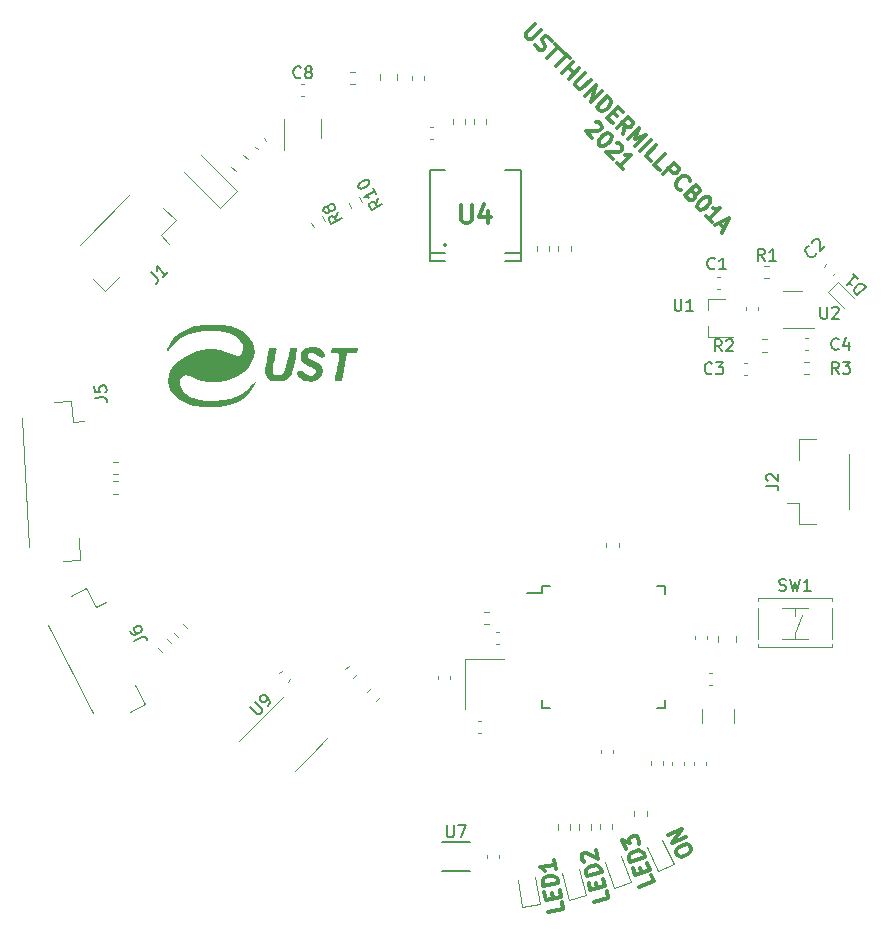
<source format=gbr>
%TF.GenerationSoftware,KiCad,Pcbnew,(5.99.0-10394-g2e15de97e0)*%
%TF.CreationDate,2021-08-24T18:50:14+02:00*%
%TF.ProjectId,USTTHUNDERMILLPCB01A,55535454-4855-44e4-9445-524d494c4c50,rev?*%
%TF.SameCoordinates,Original*%
%TF.FileFunction,Legend,Top*%
%TF.FilePolarity,Positive*%
%FSLAX46Y46*%
G04 Gerber Fmt 4.6, Leading zero omitted, Abs format (unit mm)*
G04 Created by KiCad (PCBNEW (5.99.0-10394-g2e15de97e0)) date 2021-08-24 18:50:14*
%MOMM*%
%LPD*%
G01*
G04 APERTURE LIST*
%ADD10C,0.300000*%
%ADD11C,0.304800*%
%ADD12C,0.150000*%
%ADD13C,0.120000*%
G04 APERTURE END LIST*
D10*
X157006186Y-127403888D02*
X157217913Y-127985603D01*
X155996312Y-128430229D01*
X156218091Y-127229587D02*
X156069883Y-126822387D01*
X156646251Y-126414973D02*
X156857977Y-126996688D01*
X155636377Y-127441314D01*
X155424650Y-126859600D01*
X156455697Y-125891430D02*
X155234096Y-126336057D01*
X155128233Y-126045199D01*
X155122886Y-125849512D01*
X155196884Y-125690824D01*
X155292054Y-125590307D01*
X155503567Y-125447445D01*
X155678081Y-125383927D01*
X155931940Y-125357408D01*
X156069455Y-125373234D01*
X156228144Y-125447232D01*
X156349833Y-125600573D01*
X156455697Y-125891430D01*
X154831815Y-125230799D02*
X154556571Y-124474570D01*
X155170151Y-124712389D01*
X155106633Y-124537875D01*
X155122459Y-124400359D01*
X155159458Y-124321015D01*
X155254628Y-124220498D01*
X155545485Y-124114635D01*
X155683001Y-124130461D01*
X155762345Y-124167460D01*
X155862862Y-124262630D01*
X155989898Y-124611659D01*
X155974072Y-124749174D01*
X155937073Y-124828518D01*
X159206902Y-125744225D02*
X159102253Y-125519806D01*
X159106034Y-125381435D01*
X159165919Y-125216901D01*
X159364176Y-125056148D01*
X159756910Y-124873013D01*
X160007491Y-124824470D01*
X160172025Y-124884355D01*
X160280454Y-124970403D01*
X160385102Y-125194822D01*
X160381321Y-125333193D01*
X160321436Y-125497727D01*
X160123179Y-125658480D01*
X159730446Y-125841615D01*
X159479864Y-125890158D01*
X159315331Y-125830273D01*
X159206902Y-125744225D01*
X159914184Y-124184936D02*
X158735984Y-124734340D01*
X159600239Y-123511679D01*
X158422039Y-124061082D01*
X149421777Y-129727539D02*
X149529273Y-130337182D01*
X148249023Y-130562924D01*
X148675922Y-129419035D02*
X148600675Y-128992285D01*
X149239033Y-128691146D02*
X149346529Y-129300789D01*
X148066279Y-129526531D01*
X147958783Y-128916888D01*
X149142286Y-128142467D02*
X147862036Y-128368210D01*
X147808288Y-128063388D01*
X147837003Y-127869746D01*
X147937432Y-127726318D01*
X148048611Y-127643854D01*
X148281719Y-127539891D01*
X148464612Y-127507642D01*
X148719219Y-127525608D01*
X148851897Y-127565073D01*
X148995325Y-127665502D01*
X149088538Y-127837646D01*
X149142286Y-128142467D01*
X148798297Y-126191610D02*
X148927293Y-126923181D01*
X148862795Y-126557396D02*
X147582545Y-126783138D01*
X147786937Y-126872818D01*
X147930365Y-126973247D01*
X148012829Y-127084426D01*
X153217576Y-128760981D02*
X153377797Y-129358935D01*
X152122094Y-129695400D01*
X152447672Y-128518657D02*
X152335517Y-128100089D01*
X152945200Y-127744459D02*
X153105421Y-128342413D01*
X151849717Y-128678878D01*
X151689496Y-128080924D01*
X152801001Y-127206301D02*
X151545297Y-127542765D01*
X151465186Y-127243788D01*
X151476915Y-127048380D01*
X151564462Y-126896745D01*
X151668031Y-126804905D01*
X151891190Y-126681021D01*
X152070576Y-126632955D01*
X152325780Y-126628662D01*
X152461393Y-126656413D01*
X152613028Y-126743960D01*
X152720890Y-126907324D01*
X152801001Y-127206301D01*
X151344445Y-126314813D02*
X151268628Y-126271040D01*
X151176788Y-126167471D01*
X151096677Y-125868494D01*
X151124428Y-125732881D01*
X151168202Y-125657064D01*
X151271770Y-125565224D01*
X151391361Y-125533180D01*
X151586770Y-125544909D01*
X152496580Y-126070188D01*
X152288292Y-125292848D01*
X147155257Y-55362097D02*
X146411111Y-56106243D01*
X146367338Y-56237563D01*
X146367338Y-56325109D01*
X146411111Y-56456429D01*
X146586204Y-56631522D01*
X146717524Y-56675296D01*
X146805070Y-56675296D01*
X146936390Y-56631522D01*
X147680536Y-55887377D01*
X147199030Y-57156802D02*
X147286576Y-57331895D01*
X147505443Y-57550761D01*
X147636763Y-57594534D01*
X147724309Y-57594534D01*
X147855629Y-57550761D01*
X147943176Y-57463214D01*
X147986949Y-57331895D01*
X147986949Y-57244348D01*
X147943176Y-57113028D01*
X147811856Y-56894162D01*
X147768082Y-56762842D01*
X147768082Y-56675296D01*
X147811856Y-56543976D01*
X147899402Y-56456429D01*
X148030722Y-56412656D01*
X148118269Y-56412656D01*
X148249588Y-56456429D01*
X148468455Y-56675296D01*
X148556001Y-56850389D01*
X148862414Y-57069255D02*
X149387694Y-57594534D01*
X148205815Y-58251133D02*
X149125054Y-57331895D01*
X149562787Y-57769627D02*
X150088066Y-58294907D01*
X148906188Y-58951506D02*
X149825426Y-58032267D01*
X149475240Y-59520559D02*
X150394479Y-58601320D01*
X149956746Y-59039052D02*
X150482026Y-59564332D01*
X150000520Y-60045838D02*
X150919758Y-59126599D01*
X151357491Y-59564332D02*
X150613345Y-60308477D01*
X150569572Y-60439797D01*
X150569572Y-60527344D01*
X150613345Y-60658664D01*
X150788439Y-60833757D01*
X150919758Y-60877530D01*
X151007305Y-60877530D01*
X151138625Y-60833757D01*
X151882770Y-60089611D01*
X151401264Y-61446583D02*
X152320503Y-60527344D01*
X151926544Y-61971862D01*
X152845783Y-61052623D01*
X152364277Y-62409595D02*
X153283515Y-61490356D01*
X153502382Y-61709222D01*
X153589928Y-61884315D01*
X153589928Y-62059409D01*
X153546155Y-62190728D01*
X153414835Y-62409595D01*
X153283515Y-62540915D01*
X153064649Y-62672234D01*
X152933329Y-62716008D01*
X152758236Y-62716008D01*
X152583143Y-62628461D01*
X152364277Y-62409595D01*
X153765021Y-62847328D02*
X154071434Y-63153740D01*
X153721248Y-63766566D02*
X153283515Y-63328834D01*
X154202754Y-62409595D01*
X154640487Y-62847328D01*
X154640487Y-64685805D02*
X154771807Y-63941659D01*
X154115208Y-64160526D02*
X155034446Y-63241287D01*
X155384633Y-63591473D01*
X155428406Y-63722793D01*
X155428406Y-63810340D01*
X155384633Y-63941659D01*
X155253313Y-64072979D01*
X155121993Y-64116753D01*
X155034446Y-64116753D01*
X154903127Y-64072979D01*
X154552940Y-63722793D01*
X155034446Y-65079765D02*
X155953685Y-64160526D01*
X155603499Y-65123538D01*
X156566511Y-64773352D01*
X155647272Y-65692591D01*
X156085005Y-66130323D02*
X157004244Y-65211085D01*
X156960471Y-67005789D02*
X156522738Y-66568056D01*
X157441977Y-65648817D01*
X157704616Y-67749935D02*
X157266884Y-67312202D01*
X158186122Y-66392963D01*
X158011029Y-68056348D02*
X158930268Y-67137109D01*
X159280454Y-67487295D01*
X159324228Y-67618615D01*
X159324228Y-67706161D01*
X159280454Y-67837481D01*
X159149134Y-67968801D01*
X159017815Y-68012574D01*
X158930268Y-68012574D01*
X158798948Y-67968801D01*
X158448762Y-67618615D01*
X159543094Y-69413319D02*
X159455547Y-69413319D01*
X159280454Y-69325773D01*
X159192908Y-69238226D01*
X159105361Y-69063133D01*
X159105361Y-68888040D01*
X159149134Y-68756720D01*
X159280454Y-68537854D01*
X159411774Y-68406534D01*
X159630640Y-68275214D01*
X159761960Y-68231441D01*
X159937053Y-68231441D01*
X160112147Y-68318987D01*
X160199693Y-68406534D01*
X160287240Y-68581627D01*
X160287240Y-68669173D01*
X160637426Y-69719732D02*
X160724972Y-69894825D01*
X160724972Y-69982372D01*
X160681199Y-70113692D01*
X160549879Y-70245011D01*
X160418559Y-70288785D01*
X160331013Y-70288785D01*
X160199693Y-70245011D01*
X159849507Y-69894825D01*
X160768746Y-68975586D01*
X161075159Y-69281999D01*
X161118932Y-69413319D01*
X161118932Y-69500866D01*
X161075159Y-69632185D01*
X160987612Y-69719732D01*
X160856292Y-69763505D01*
X160768746Y-69763505D01*
X160637426Y-69719732D01*
X160331013Y-69413319D01*
X161863078Y-70069918D02*
X161950624Y-70157465D01*
X161994397Y-70288785D01*
X161994397Y-70376331D01*
X161950624Y-70507651D01*
X161819304Y-70726517D01*
X161600438Y-70945384D01*
X161381572Y-71076704D01*
X161250252Y-71120477D01*
X161162705Y-71120477D01*
X161031385Y-71076704D01*
X160943839Y-70989157D01*
X160900066Y-70857837D01*
X160900066Y-70770291D01*
X160943839Y-70638971D01*
X161075159Y-70420104D01*
X161294025Y-70201238D01*
X161512891Y-70069918D01*
X161644211Y-70026145D01*
X161731758Y-70026145D01*
X161863078Y-70069918D01*
X162125717Y-72171036D02*
X161600438Y-71645756D01*
X161863078Y-71908396D02*
X162782316Y-70989157D01*
X162563450Y-71032930D01*
X162388357Y-71032930D01*
X162257037Y-70989157D01*
X162738543Y-72258582D02*
X163176276Y-72696315D01*
X162388357Y-72433675D02*
X163614009Y-71820849D01*
X163001183Y-73046501D01*
X152328821Y-63670702D02*
X152416367Y-63670702D01*
X152547687Y-63714476D01*
X152766553Y-63933342D01*
X152810327Y-64064662D01*
X152810327Y-64152208D01*
X152766553Y-64283528D01*
X152679007Y-64371075D01*
X152503914Y-64458621D01*
X151453355Y-64458621D01*
X152022408Y-65027674D01*
X153510699Y-64677488D02*
X153598246Y-64765034D01*
X153642019Y-64896354D01*
X153642019Y-64983901D01*
X153598246Y-65115221D01*
X153466926Y-65334087D01*
X153248059Y-65552953D01*
X153029193Y-65684273D01*
X152897873Y-65728046D01*
X152810327Y-65728046D01*
X152679007Y-65684273D01*
X152591460Y-65596727D01*
X152547687Y-65465407D01*
X152547687Y-65377860D01*
X152591460Y-65246540D01*
X152722780Y-65027674D01*
X152941647Y-64808808D01*
X153160513Y-64677488D01*
X153291833Y-64633714D01*
X153379379Y-64633714D01*
X153510699Y-64677488D01*
X154079752Y-65421633D02*
X154167298Y-65421633D01*
X154298618Y-65465407D01*
X154517485Y-65684273D01*
X154561258Y-65815593D01*
X154561258Y-65903140D01*
X154517485Y-66034459D01*
X154429938Y-66122006D01*
X154254845Y-66209552D01*
X153204286Y-66209552D01*
X153773339Y-66778605D01*
X154648804Y-67654071D02*
X154123525Y-67128791D01*
X154386165Y-67391431D02*
X155305403Y-66472192D01*
X155086537Y-66515965D01*
X154911444Y-66515965D01*
X154780124Y-66472192D01*
D11*
%TO.C,U4*%
X140928857Y-70725428D02*
X140928857Y-71959142D01*
X141001428Y-72104285D01*
X141074000Y-72176857D01*
X141219142Y-72249428D01*
X141509428Y-72249428D01*
X141654571Y-72176857D01*
X141727142Y-72104285D01*
X141799714Y-71959142D01*
X141799714Y-70725428D01*
X143178571Y-71233428D02*
X143178571Y-72249428D01*
X142815714Y-70652857D02*
X142452857Y-71741428D01*
X143396285Y-71741428D01*
D12*
%TO.C,R3*%
X172864133Y-84998180D02*
X172530800Y-84521990D01*
X172292704Y-84998180D02*
X172292704Y-83998180D01*
X172673657Y-83998180D01*
X172768895Y-84045800D01*
X172816514Y-84093419D01*
X172864133Y-84188657D01*
X172864133Y-84331514D01*
X172816514Y-84426752D01*
X172768895Y-84474371D01*
X172673657Y-84521990D01*
X172292704Y-84521990D01*
X173197466Y-83998180D02*
X173816514Y-83998180D01*
X173483180Y-84379133D01*
X173626038Y-84379133D01*
X173721276Y-84426752D01*
X173768895Y-84474371D01*
X173816514Y-84569609D01*
X173816514Y-84807704D01*
X173768895Y-84902942D01*
X173721276Y-84950561D01*
X173626038Y-84998180D01*
X173340323Y-84998180D01*
X173245085Y-84950561D01*
X173197466Y-84902942D01*
%TO.C,R1*%
X166603533Y-75414780D02*
X166270200Y-74938590D01*
X166032104Y-75414780D02*
X166032104Y-74414780D01*
X166413057Y-74414780D01*
X166508295Y-74462400D01*
X166555914Y-74510019D01*
X166603533Y-74605257D01*
X166603533Y-74748114D01*
X166555914Y-74843352D01*
X166508295Y-74890971D01*
X166413057Y-74938590D01*
X166032104Y-74938590D01*
X167555914Y-75414780D02*
X166984485Y-75414780D01*
X167270200Y-75414780D02*
X167270200Y-74414780D01*
X167174961Y-74557638D01*
X167079723Y-74652876D01*
X166984485Y-74700495D01*
%TO.C,R8*%
X130491522Y-71339147D02*
X130245796Y-71865917D01*
X130777237Y-71834018D02*
X129911211Y-72334018D01*
X129720735Y-72004104D01*
X129714355Y-71897816D01*
X129731785Y-71832767D01*
X129790454Y-71743908D01*
X129914172Y-71672480D01*
X130020460Y-71666100D01*
X130085509Y-71683530D01*
X130174367Y-71742199D01*
X130364843Y-72072113D01*
X129710936Y-71129989D02*
X129717316Y-71236277D01*
X129699886Y-71301326D01*
X129641217Y-71390185D01*
X129599978Y-71413994D01*
X129493690Y-71420374D01*
X129428641Y-71402944D01*
X129339783Y-71344275D01*
X129244544Y-71179318D01*
X129238165Y-71073030D01*
X129255594Y-71007981D01*
X129314264Y-70919122D01*
X129355503Y-70895313D01*
X129461791Y-70888933D01*
X129526840Y-70906363D01*
X129615698Y-70965032D01*
X129710936Y-71129989D01*
X129799795Y-71188658D01*
X129864843Y-71206088D01*
X129971132Y-71199708D01*
X130136089Y-71104470D01*
X130194758Y-71015612D01*
X130212188Y-70950563D01*
X130205808Y-70844275D01*
X130110570Y-70679318D01*
X130021711Y-70620649D01*
X129956663Y-70603219D01*
X129850375Y-70609599D01*
X129685417Y-70704837D01*
X129626748Y-70793695D01*
X129609318Y-70858744D01*
X129615698Y-70965032D01*
%TO.C,U9*%
X123034863Y-113190359D02*
X123607283Y-113762779D01*
X123708298Y-113796451D01*
X123775642Y-113796451D01*
X123876657Y-113762779D01*
X124011344Y-113628092D01*
X124045016Y-113527077D01*
X124045016Y-113459733D01*
X124011344Y-113358718D01*
X123438924Y-112786298D01*
X124516420Y-113123016D02*
X124651107Y-112988329D01*
X124684779Y-112887314D01*
X124684779Y-112819970D01*
X124651107Y-112651611D01*
X124550092Y-112483253D01*
X124280718Y-112213879D01*
X124179703Y-112180207D01*
X124112359Y-112180207D01*
X124011344Y-112213879D01*
X123876657Y-112348566D01*
X123842985Y-112449581D01*
X123842985Y-112516924D01*
X123876657Y-112617940D01*
X124045016Y-112786298D01*
X124146031Y-112819970D01*
X124213375Y-112819970D01*
X124314390Y-112786298D01*
X124449077Y-112651611D01*
X124482749Y-112550596D01*
X124482749Y-112483253D01*
X124449077Y-112382237D01*
%TO.C,J1*%
X114656788Y-76393193D02*
X115161864Y-76898269D01*
X115229208Y-77032956D01*
X115229208Y-77167643D01*
X115161864Y-77302330D01*
X115094521Y-77369673D01*
X116071002Y-76393193D02*
X115666941Y-76797254D01*
X115868971Y-76595223D02*
X115161864Y-75888116D01*
X115195536Y-76056475D01*
X115195536Y-76191162D01*
X115161864Y-76292177D01*
%TO.C,C8*%
X127328333Y-59887142D02*
X127280714Y-59934761D01*
X127137857Y-59982380D01*
X127042619Y-59982380D01*
X126899761Y-59934761D01*
X126804523Y-59839523D01*
X126756904Y-59744285D01*
X126709285Y-59553809D01*
X126709285Y-59410952D01*
X126756904Y-59220476D01*
X126804523Y-59125238D01*
X126899761Y-59030000D01*
X127042619Y-58982380D01*
X127137857Y-58982380D01*
X127280714Y-59030000D01*
X127328333Y-59077619D01*
X127899761Y-59410952D02*
X127804523Y-59363333D01*
X127756904Y-59315714D01*
X127709285Y-59220476D01*
X127709285Y-59172857D01*
X127756904Y-59077619D01*
X127804523Y-59030000D01*
X127899761Y-58982380D01*
X128090238Y-58982380D01*
X128185476Y-59030000D01*
X128233095Y-59077619D01*
X128280714Y-59172857D01*
X128280714Y-59220476D01*
X128233095Y-59315714D01*
X128185476Y-59363333D01*
X128090238Y-59410952D01*
X127899761Y-59410952D01*
X127804523Y-59458571D01*
X127756904Y-59506190D01*
X127709285Y-59601428D01*
X127709285Y-59791904D01*
X127756904Y-59887142D01*
X127804523Y-59934761D01*
X127899761Y-59982380D01*
X128090238Y-59982380D01*
X128185476Y-59934761D01*
X128233095Y-59887142D01*
X128280714Y-59791904D01*
X128280714Y-59601428D01*
X128233095Y-59506190D01*
X128185476Y-59458571D01*
X128090238Y-59410952D01*
%TO.C,U1*%
X158978695Y-78664780D02*
X158978695Y-79474304D01*
X159026314Y-79569542D01*
X159073933Y-79617161D01*
X159169171Y-79664780D01*
X159359647Y-79664780D01*
X159454885Y-79617161D01*
X159502504Y-79569542D01*
X159550123Y-79474304D01*
X159550123Y-78664780D01*
X160550123Y-79664780D02*
X159978695Y-79664780D01*
X160264409Y-79664780D02*
X160264409Y-78664780D01*
X160169171Y-78807638D01*
X160073933Y-78902876D01*
X159978695Y-78950495D01*
%TO.C,R10*%
X133904617Y-70100540D02*
X133658891Y-70627310D01*
X134190332Y-70595411D02*
X133324306Y-71095411D01*
X133133830Y-70765497D01*
X133127450Y-70659209D01*
X133144880Y-70594160D01*
X133203549Y-70505302D01*
X133327267Y-70433873D01*
X133433555Y-70427493D01*
X133498604Y-70444923D01*
X133587463Y-70503592D01*
X133777939Y-70833507D01*
X133428427Y-69275754D02*
X133714141Y-69770625D01*
X133571284Y-69523189D02*
X132705259Y-70023189D01*
X132876596Y-70034239D01*
X133006693Y-70069099D01*
X133095552Y-70127768D01*
X132252878Y-69239643D02*
X132205259Y-69157164D01*
X132198879Y-69050876D01*
X132216309Y-68985827D01*
X132274978Y-68896969D01*
X132416126Y-68760491D01*
X132622322Y-68641444D01*
X132811089Y-68587445D01*
X132917377Y-68581065D01*
X132982426Y-68598495D01*
X133071284Y-68657164D01*
X133118903Y-68739643D01*
X133125283Y-68845931D01*
X133107853Y-68910980D01*
X133049184Y-68999838D01*
X132908036Y-69136315D01*
X132701840Y-69255363D01*
X132513073Y-69309362D01*
X132406785Y-69315741D01*
X132341736Y-69298312D01*
X132252878Y-69239643D01*
%TO.C,SW1*%
X167836666Y-103324761D02*
X167979523Y-103372380D01*
X168217619Y-103372380D01*
X168312857Y-103324761D01*
X168360476Y-103277142D01*
X168408095Y-103181904D01*
X168408095Y-103086666D01*
X168360476Y-102991428D01*
X168312857Y-102943809D01*
X168217619Y-102896190D01*
X168027142Y-102848571D01*
X167931904Y-102800952D01*
X167884285Y-102753333D01*
X167836666Y-102658095D01*
X167836666Y-102562857D01*
X167884285Y-102467619D01*
X167931904Y-102420000D01*
X168027142Y-102372380D01*
X168265238Y-102372380D01*
X168408095Y-102420000D01*
X168741428Y-102372380D02*
X168979523Y-103372380D01*
X169170000Y-102658095D01*
X169360476Y-103372380D01*
X169598571Y-102372380D01*
X170503333Y-103372380D02*
X169931904Y-103372380D01*
X170217619Y-103372380D02*
X170217619Y-102372380D01*
X170122380Y-102515238D01*
X170027142Y-102610476D01*
X169931904Y-102658095D01*
%TO.C,D1*%
X175147424Y-77610399D02*
X174440318Y-78317506D01*
X174271959Y-78149147D01*
X174204615Y-78014460D01*
X174204615Y-77879773D01*
X174238287Y-77778758D01*
X174339302Y-77610399D01*
X174440318Y-77509384D01*
X174608676Y-77408368D01*
X174709692Y-77374697D01*
X174844379Y-77374697D01*
X174979066Y-77442040D01*
X175147424Y-77610399D01*
X174069928Y-76532903D02*
X174473989Y-76936964D01*
X174271959Y-76734933D02*
X173564852Y-77442040D01*
X173733211Y-77408369D01*
X173867898Y-77408368D01*
X173968913Y-77442040D01*
%TO.C,C4*%
X172864133Y-82870942D02*
X172816514Y-82918561D01*
X172673657Y-82966180D01*
X172578419Y-82966180D01*
X172435561Y-82918561D01*
X172340323Y-82823323D01*
X172292704Y-82728085D01*
X172245085Y-82537609D01*
X172245085Y-82394752D01*
X172292704Y-82204276D01*
X172340323Y-82109038D01*
X172435561Y-82013800D01*
X172578419Y-81966180D01*
X172673657Y-81966180D01*
X172816514Y-82013800D01*
X172864133Y-82061419D01*
X173721276Y-82299514D02*
X173721276Y-82966180D01*
X173483180Y-81918561D02*
X173245085Y-82632847D01*
X173864133Y-82632847D01*
%TO.C,C3*%
X162139333Y-84939142D02*
X162091714Y-84986761D01*
X161948857Y-85034380D01*
X161853619Y-85034380D01*
X161710761Y-84986761D01*
X161615523Y-84891523D01*
X161567904Y-84796285D01*
X161520285Y-84605809D01*
X161520285Y-84462952D01*
X161567904Y-84272476D01*
X161615523Y-84177238D01*
X161710761Y-84082000D01*
X161853619Y-84034380D01*
X161948857Y-84034380D01*
X162091714Y-84082000D01*
X162139333Y-84129619D01*
X162472666Y-84034380D02*
X163091714Y-84034380D01*
X162758380Y-84415333D01*
X162901238Y-84415333D01*
X162996476Y-84462952D01*
X163044095Y-84510571D01*
X163091714Y-84605809D01*
X163091714Y-84843904D01*
X163044095Y-84939142D01*
X162996476Y-84986761D01*
X162901238Y-85034380D01*
X162615523Y-85034380D01*
X162520285Y-84986761D01*
X162472666Y-84939142D01*
%TO.C,J6*%
X113247323Y-107614053D02*
X113883756Y-107289774D01*
X114032661Y-107267347D01*
X114160756Y-107308967D01*
X114268041Y-107414635D01*
X114311278Y-107499493D01*
X112836569Y-106807904D02*
X112923044Y-106977619D01*
X113008710Y-107040858D01*
X113072757Y-107061669D01*
X113243281Y-107081671D01*
X113434615Y-107037625D01*
X113774046Y-106864676D01*
X113837285Y-106779010D01*
X113858096Y-106714963D01*
X113857287Y-106608487D01*
X113770813Y-106438771D01*
X113685147Y-106375532D01*
X113621099Y-106354722D01*
X113514623Y-106355530D01*
X113302479Y-106463623D01*
X113239239Y-106549289D01*
X113218429Y-106613336D01*
X113219237Y-106719813D01*
X113305712Y-106889528D01*
X113391378Y-106952767D01*
X113455425Y-106973578D01*
X113561902Y-106972769D01*
%TO.C,U2*%
X171323095Y-79335380D02*
X171323095Y-80144904D01*
X171370714Y-80240142D01*
X171418333Y-80287761D01*
X171513571Y-80335380D01*
X171704047Y-80335380D01*
X171799285Y-80287761D01*
X171846904Y-80240142D01*
X171894523Y-80144904D01*
X171894523Y-79335380D01*
X172323095Y-79430619D02*
X172370714Y-79383000D01*
X172465952Y-79335380D01*
X172704047Y-79335380D01*
X172799285Y-79383000D01*
X172846904Y-79430619D01*
X172894523Y-79525857D01*
X172894523Y-79621095D01*
X172846904Y-79763952D01*
X172275476Y-80335380D01*
X172894523Y-80335380D01*
%TO.C,J2*%
X166748380Y-94465733D02*
X167462666Y-94465733D01*
X167605523Y-94513352D01*
X167700761Y-94608590D01*
X167748380Y-94751447D01*
X167748380Y-94846685D01*
X166843619Y-94037161D02*
X166796000Y-93989542D01*
X166748380Y-93894304D01*
X166748380Y-93656209D01*
X166796000Y-93560971D01*
X166843619Y-93513352D01*
X166938857Y-93465733D01*
X167034095Y-93465733D01*
X167176952Y-93513352D01*
X167748380Y-94084780D01*
X167748380Y-93465733D01*
%TO.C,R2*%
X162958133Y-83093180D02*
X162624800Y-82616990D01*
X162386704Y-83093180D02*
X162386704Y-82093180D01*
X162767657Y-82093180D01*
X162862895Y-82140800D01*
X162910514Y-82188419D01*
X162958133Y-82283657D01*
X162958133Y-82426514D01*
X162910514Y-82521752D01*
X162862895Y-82569371D01*
X162767657Y-82616990D01*
X162386704Y-82616990D01*
X163339085Y-82188419D02*
X163386704Y-82140800D01*
X163481942Y-82093180D01*
X163720038Y-82093180D01*
X163815276Y-82140800D01*
X163862895Y-82188419D01*
X163910514Y-82283657D01*
X163910514Y-82378895D01*
X163862895Y-82521752D01*
X163291466Y-83093180D01*
X163910514Y-83093180D01*
%TO.C,C1*%
X162380933Y-76074542D02*
X162333314Y-76122161D01*
X162190457Y-76169780D01*
X162095219Y-76169780D01*
X161952361Y-76122161D01*
X161857123Y-76026923D01*
X161809504Y-75931685D01*
X161761885Y-75741209D01*
X161761885Y-75598352D01*
X161809504Y-75407876D01*
X161857123Y-75312638D01*
X161952361Y-75217400D01*
X162095219Y-75169780D01*
X162190457Y-75169780D01*
X162333314Y-75217400D01*
X162380933Y-75265019D01*
X163333314Y-76169780D02*
X162761885Y-76169780D01*
X163047600Y-76169780D02*
X163047600Y-75169780D01*
X162952361Y-75312638D01*
X162857123Y-75407876D01*
X162761885Y-75455495D01*
%TO.C,C2*%
X170949687Y-74792390D02*
X170949687Y-74859733D01*
X170882343Y-74994420D01*
X170815000Y-75061764D01*
X170680312Y-75129107D01*
X170545625Y-75129107D01*
X170444610Y-75095436D01*
X170276251Y-74994420D01*
X170175236Y-74893405D01*
X170074221Y-74725046D01*
X170040549Y-74624031D01*
X170040549Y-74489344D01*
X170107893Y-74354657D01*
X170175236Y-74287313D01*
X170309923Y-74219970D01*
X170377267Y-74219970D01*
X170646641Y-73950596D02*
X170646641Y-73883252D01*
X170680312Y-73782237D01*
X170848671Y-73613878D01*
X170949687Y-73580207D01*
X171017030Y-73580207D01*
X171118045Y-73613878D01*
X171185389Y-73681222D01*
X171252732Y-73815909D01*
X171252732Y-74624031D01*
X171690465Y-74186298D01*
%TO.C,U7*%
X139700095Y-123234380D02*
X139700095Y-124043904D01*
X139747714Y-124139142D01*
X139795333Y-124186761D01*
X139890571Y-124234380D01*
X140081047Y-124234380D01*
X140176285Y-124186761D01*
X140223904Y-124139142D01*
X140271523Y-124043904D01*
X140271523Y-123234380D01*
X140652476Y-123234380D02*
X141319142Y-123234380D01*
X140890571Y-124234380D01*
%TO.C,J5*%
X109909776Y-87026336D02*
X110623083Y-86988953D01*
X110768237Y-87029031D01*
X110868329Y-87119154D01*
X110923359Y-87259323D01*
X110928343Y-87354431D01*
X109859932Y-86075260D02*
X109884854Y-86550798D01*
X110362884Y-86573430D01*
X110312838Y-86528369D01*
X110260300Y-86435753D01*
X110247839Y-86197984D01*
X110290409Y-86100385D01*
X110335470Y-86050339D01*
X110428086Y-85997800D01*
X110665855Y-85985339D01*
X110763454Y-86027909D01*
X110813500Y-86072970D01*
X110866039Y-86165586D01*
X110878500Y-86403355D01*
X110835930Y-86500955D01*
X110790869Y-86551001D01*
%TO.C,U4*%
X138240000Y-74760000D02*
X139550000Y-74760000D01*
X138240000Y-67710000D02*
X139550000Y-67710000D01*
X138240000Y-75410000D02*
X138240000Y-67710000D01*
X138240000Y-75410000D02*
X139550000Y-75410000D01*
X144630000Y-75410000D02*
X145940000Y-75410000D01*
X144630000Y-67710000D02*
X145940000Y-67710000D01*
X145940000Y-75410000D02*
X145940000Y-67710000D01*
X144630000Y-74760000D02*
X145940000Y-74760000D01*
X139677000Y-74100000D02*
G75*
G03*
X139677000Y-74100000I-127000J0D01*
G01*
D13*
%TO.C,R5*%
X150861500Y-123607658D02*
X150861500Y-123133142D01*
X151906500Y-123607658D02*
X151906500Y-123133142D01*
%TO.C,R16*%
X117682867Y-106529940D02*
X117347334Y-106194407D01*
X116943940Y-107268867D02*
X116608407Y-106933334D01*
%TO.C,C14*%
X160630800Y-117829420D02*
X160630800Y-118110580D01*
X161650800Y-117829420D02*
X161650800Y-118110580D01*
%TO.C,C6*%
X121802259Y-67850706D02*
X121432792Y-67481239D01*
X122841706Y-66811259D02*
X122472239Y-66441792D01*
%TO.C,D3*%
X149450989Y-127306491D02*
X150042391Y-129513632D01*
X151462302Y-129133168D02*
X150870900Y-126926027D01*
X150042391Y-129513632D02*
X151462302Y-129133168D01*
%TO.C,R21*%
X155560500Y-122474258D02*
X155560500Y-121999742D01*
X156605500Y-122474258D02*
X156605500Y-121999742D01*
%TO.C,R9*%
X148379297Y-74143743D02*
X148379297Y-74618259D01*
X147334297Y-74143743D02*
X147334297Y-74618259D01*
%TO.C,D6*%
X157568452Y-127132491D02*
X158900724Y-126511243D01*
X158900724Y-126511243D02*
X157935042Y-124440329D01*
X156602769Y-125061578D02*
X157568452Y-127132491D01*
%TO.C,R3*%
X169897942Y-85042900D02*
X170372458Y-85042900D01*
X169897942Y-83997900D02*
X170372458Y-83997900D01*
%TO.C,R1*%
X166532942Y-76914900D02*
X167007458Y-76914900D01*
X166532942Y-75869900D02*
X167007458Y-75869900D01*
%TO.C,D4*%
X146092034Y-130114071D02*
X147539701Y-129858808D01*
X147539701Y-129858808D02*
X147142915Y-127608522D01*
X145695248Y-127863785D02*
X146092034Y-130114071D01*
%TO.C,R8*%
X129111869Y-71669279D02*
X129349127Y-72080221D01*
X128206873Y-72191779D02*
X128444131Y-72602721D01*
%TO.C,C10*%
X137797000Y-60097580D02*
X137797000Y-59816420D01*
X136777000Y-60097580D02*
X136777000Y-59816420D01*
%TO.C,C9*%
X135482000Y-60139252D02*
X135482000Y-59616748D01*
X134012000Y-60139252D02*
X134012000Y-59616748D01*
%TO.C,C21*%
X162665800Y-107228748D02*
X162665800Y-107751252D01*
X164135800Y-107228748D02*
X164135800Y-107751252D01*
%TO.C,U9*%
X128175193Y-117253193D02*
X126796335Y-118632052D01*
X128175193Y-117253193D02*
X129554052Y-115874335D01*
X124554807Y-113632807D02*
X125933665Y-112253948D01*
X124554807Y-113632807D02*
X122115288Y-116072325D01*
%TO.C,R7*%
X143016500Y-63389742D02*
X143016500Y-63864258D01*
X141971500Y-63389742D02*
X141971500Y-63864258D01*
%TO.C,J1*%
X115452958Y-73274348D02*
X116152993Y-73974383D01*
X116725750Y-72001555D02*
X115452958Y-73274348D01*
X115700445Y-70976251D02*
X116725750Y-72001555D01*
X109711251Y-76965445D02*
X110736555Y-77990750D01*
X112808378Y-69880235D02*
X108615235Y-74073378D01*
X110736555Y-77990750D02*
X112009348Y-76717958D01*
%TO.C,C19*%
X154230000Y-99640580D02*
X154230000Y-99359420D01*
X153210000Y-99640580D02*
X153210000Y-99359420D01*
%TO.C,C17*%
X142590580Y-115430000D02*
X142309420Y-115430000D01*
X142590580Y-114410000D02*
X142309420Y-114410000D01*
%TO.C,D2*%
X120476016Y-70963229D02*
X121890229Y-69549016D01*
X117435456Y-67922670D02*
X120476016Y-70963229D01*
X121890229Y-69549016D02*
X118849670Y-66508456D01*
%TO.C,C15*%
X138980000Y-110569420D02*
X138980000Y-110850580D01*
X140000000Y-110569420D02*
X140000000Y-110850580D01*
%TO.C,L1*%
X163990800Y-114582064D02*
X163990800Y-113377936D01*
X161270800Y-114582064D02*
X161270800Y-113377936D01*
%TO.C,C8*%
X127354420Y-60450000D02*
X127635580Y-60450000D01*
X127354420Y-61470000D02*
X127635580Y-61470000D01*
%TO.C,R19*%
X111870258Y-92441500D02*
X111395742Y-92441500D01*
X111870258Y-93486500D02*
X111395742Y-93486500D01*
%TO.C,U3*%
X129068000Y-64262000D02*
X129068000Y-63462000D01*
X125948000Y-64262000D02*
X125948000Y-66062000D01*
X129068000Y-64262000D02*
X129068000Y-65062000D01*
X125948000Y-64262000D02*
X125948000Y-63462000D01*
%TO.C,U1*%
X161800000Y-78684000D02*
X163260000Y-78684000D01*
X161800000Y-81844000D02*
X163960000Y-81844000D01*
X161800000Y-78684000D02*
X161800000Y-79614000D01*
X161800000Y-81844000D02*
X161800000Y-80914000D01*
%TO.C,R10*%
X132286869Y-70018279D02*
X132524127Y-70429221D01*
X131381873Y-70540779D02*
X131619131Y-70951721D01*
%TO.C,C18*%
X153799000Y-116826420D02*
X153799000Y-117107580D01*
X152779000Y-116826420D02*
X152779000Y-117107580D01*
%TO.C,SW1*%
X169170000Y-106920000D02*
X169770000Y-105420000D01*
X172320000Y-104020000D02*
X172320000Y-104270000D01*
X166020000Y-104020000D02*
X172320000Y-104020000D01*
X166020000Y-107420000D02*
X166020000Y-104820000D01*
X166020000Y-108170000D02*
X166020000Y-107920000D01*
X172320000Y-108170000D02*
X166020000Y-108170000D01*
X172320000Y-104820000D02*
X172320000Y-107420000D01*
X166020000Y-104270000D02*
X166020000Y-104020000D01*
X169170000Y-105520000D02*
X169170000Y-104820000D01*
X172320000Y-107920000D02*
X172320000Y-108170000D01*
X168070000Y-107420000D02*
X170270000Y-107420000D01*
X170270000Y-104820000D02*
X168070000Y-104820000D01*
X169170000Y-107420000D02*
X169170000Y-106920000D01*
D12*
%TO.C,U8*%
X147775800Y-102955000D02*
X147775800Y-103530000D01*
X147775800Y-103530000D02*
X146500800Y-103530000D01*
X158125800Y-113305000D02*
X158125800Y-112630000D01*
X147775800Y-113305000D02*
X148450800Y-113305000D01*
X158125800Y-113305000D02*
X157450800Y-113305000D01*
X158125800Y-102955000D02*
X157450800Y-102955000D01*
X147775800Y-113305000D02*
X147775800Y-112630000D01*
X147775800Y-102955000D02*
X148450800Y-102955000D01*
X158125800Y-102955000D02*
X158125800Y-103630000D01*
D13*
%TO.C,D1*%
X172839091Y-77248563D02*
X171990563Y-78097091D01*
X174147239Y-78556711D02*
X172839091Y-77248563D01*
X173298711Y-79405239D02*
X171990563Y-78097091D01*
%TO.C,C4*%
X169994620Y-82998400D02*
X170275780Y-82998400D01*
X169994620Y-81978400D02*
X170275780Y-81978400D01*
%TO.C,R13*%
X131370303Y-109698770D02*
X131034770Y-110034303D01*
X132109230Y-110437697D02*
X131773697Y-110773230D01*
%TO.C,R6*%
X141238500Y-63389742D02*
X141238500Y-63864258D01*
X140193500Y-63389742D02*
X140193500Y-63864258D01*
%TO.C,C16*%
X162136380Y-111390000D02*
X161855220Y-111390000D01*
X162136380Y-110370000D02*
X161855220Y-110370000D01*
%TO.C,C3*%
X164832420Y-85092000D02*
X165113580Y-85092000D01*
X164832420Y-84072000D02*
X165113580Y-84072000D01*
%TO.C,J6*%
X107850524Y-103833792D02*
X109142483Y-103175505D01*
X109142483Y-103175505D02*
X109959666Y-104779317D01*
X105914453Y-106245623D02*
X109741593Y-113756808D01*
X112830800Y-113608133D02*
X114122759Y-112949847D01*
X109959666Y-104779317D02*
X110841763Y-104329867D01*
X114122759Y-112949847D02*
X113305576Y-111346035D01*
%TO.C,R12*%
X133275303Y-111603770D02*
X132939770Y-111939303D01*
X134014230Y-112342697D02*
X133678697Y-112678230D01*
%TO.C,C23*%
X161760800Y-107174420D02*
X161760800Y-107455580D01*
X160740800Y-107174420D02*
X160740800Y-107455580D01*
%TO.C,U2*%
X168992200Y-81127400D02*
X168192200Y-81127400D01*
X168992200Y-81127400D02*
X170792200Y-81127400D01*
X168992200Y-78007400D02*
X168192200Y-78007400D01*
X168992200Y-78007400D02*
X169792200Y-78007400D01*
%TO.C,Y1*%
X144541600Y-109141400D02*
X141241600Y-109141400D01*
X141241600Y-109141400D02*
X141241600Y-113341400D01*
%TO.C,C22*%
X138557580Y-65153000D02*
X138276420Y-65153000D01*
X138557580Y-64133000D02*
X138276420Y-64133000D01*
%TO.C,J2*%
X170936000Y-97742400D02*
X169486000Y-97742400D01*
X169486000Y-90522400D02*
X169486000Y-92322400D01*
X170936000Y-90522400D02*
X169486000Y-90522400D01*
X169486000Y-95942400D02*
X168496000Y-95942400D01*
X173756000Y-96472400D02*
X173756000Y-91792400D01*
X169486000Y-97742400D02*
X169486000Y-95942400D01*
%TO.C,R2*%
X166341942Y-83137900D02*
X166816458Y-83137900D01*
X166341942Y-82092900D02*
X166816458Y-82092900D01*
%TO.C,C1*%
X162827580Y-76833000D02*
X162546420Y-76833000D01*
X162827580Y-77853000D02*
X162546420Y-77853000D01*
%TO.C,R11*%
X149134300Y-74168742D02*
X149134300Y-74643258D01*
X150179300Y-74168742D02*
X150179300Y-74643258D01*
%TO.C,R18*%
X152639500Y-123554258D02*
X152639500Y-123079742D01*
X153684500Y-123554258D02*
X153684500Y-123079742D01*
%TO.C,C5*%
X166073200Y-79312820D02*
X166073200Y-79593980D01*
X165053200Y-79312820D02*
X165053200Y-79593980D01*
%TO.C,C20*%
X144150580Y-106860000D02*
X143869420Y-106860000D01*
X144150580Y-107880000D02*
X143869420Y-107880000D01*
%TO.C,G\u002A\u002A\u002A*%
G36*
X120407873Y-80855895D02*
G01*
X120837895Y-80877262D01*
X121189894Y-80915203D01*
X121377619Y-80953674D01*
X121975888Y-81177121D01*
X122498110Y-81483140D01*
X122925248Y-81857887D01*
X123238263Y-82287519D01*
X123255376Y-82319229D01*
X123382142Y-82691335D01*
X123417599Y-83120338D01*
X123362816Y-83557496D01*
X123219584Y-83952682D01*
X122906052Y-84415680D01*
X122481506Y-84836234D01*
X121973551Y-85193750D01*
X121409791Y-85467633D01*
X121021849Y-85592247D01*
X120289561Y-85718263D01*
X119581599Y-85719160D01*
X118913228Y-85596507D01*
X118299715Y-85351871D01*
X118211619Y-85303763D01*
X117877058Y-85149743D01*
X117608244Y-85109989D01*
X117390257Y-85183940D01*
X117290182Y-85269091D01*
X117122420Y-85534866D01*
X117077052Y-85830104D01*
X117144596Y-86136290D01*
X117315572Y-86434909D01*
X117580499Y-86707445D01*
X117929895Y-86935384D01*
X118203616Y-87052912D01*
X118762852Y-87197321D01*
X119402734Y-87275241D01*
X120080290Y-87286605D01*
X120752547Y-87231345D01*
X121376536Y-87109394D01*
X121553033Y-87058170D01*
X121977397Y-86902350D01*
X122328473Y-86716951D01*
X122650757Y-86472663D01*
X122988749Y-86140181D01*
X123053709Y-86069779D01*
X123252936Y-85858816D01*
X123416818Y-85698973D01*
X123523485Y-85610833D01*
X123551448Y-85601368D01*
X123541161Y-85677691D01*
X123478766Y-85842184D01*
X123379469Y-86055723D01*
X123042236Y-86576129D01*
X122593016Y-87012535D01*
X122032771Y-87364216D01*
X121362466Y-87630446D01*
X121237288Y-87667253D01*
X120884033Y-87738462D01*
X120435915Y-87787697D01*
X119932813Y-87814515D01*
X119414609Y-87818473D01*
X118921181Y-87799126D01*
X118492409Y-87756032D01*
X118210480Y-87700913D01*
X117619489Y-87502893D01*
X117137738Y-87252435D01*
X116739676Y-86936148D01*
X116726479Y-86923262D01*
X116379252Y-86502693D01*
X116170657Y-86060567D01*
X116100792Y-85597723D01*
X116169756Y-85114997D01*
X116377648Y-84613228D01*
X116441461Y-84501332D01*
X116689035Y-84191769D01*
X117049417Y-83882981D01*
X117495798Y-83589911D01*
X118001372Y-83327501D01*
X118539331Y-83110693D01*
X119082868Y-82954428D01*
X119290940Y-82913059D01*
X119924504Y-82873929D01*
X120557011Y-82974441D01*
X121190368Y-83214912D01*
X121237288Y-83238260D01*
X121646743Y-83410187D01*
X121977078Y-83473483D01*
X122225050Y-83428984D01*
X122387418Y-83277528D01*
X122460940Y-83019952D01*
X122465188Y-82921200D01*
X122398107Y-82547601D01*
X122208955Y-82194479D01*
X121915874Y-81888160D01*
X121620542Y-81695410D01*
X121263895Y-81560001D01*
X120805578Y-81459365D01*
X120280356Y-81395444D01*
X119722995Y-81370179D01*
X119168261Y-81385513D01*
X118650921Y-81443388D01*
X118325409Y-81511359D01*
X117861865Y-81644375D01*
X117500138Y-81781153D01*
X117202738Y-81942352D01*
X116932171Y-82148633D01*
X116650947Y-82420657D01*
X116623890Y-82449010D01*
X116421986Y-82667251D01*
X116262946Y-82849874D01*
X116167859Y-82972058D01*
X116150271Y-83006383D01*
X116096548Y-83063380D01*
X116080105Y-83065016D01*
X116012227Y-83013649D01*
X116031748Y-82867267D01*
X116134795Y-82637449D01*
X116317497Y-82335775D01*
X116330517Y-82316226D01*
X116487776Y-82090902D01*
X116622472Y-81915381D01*
X116711331Y-81819470D01*
X116725200Y-81810804D01*
X116827616Y-81744510D01*
X116933033Y-81650763D01*
X117124420Y-81506158D01*
X117412165Y-81345039D01*
X117756825Y-81186267D01*
X118118958Y-81048702D01*
X118325409Y-80984965D01*
X118614981Y-80928906D01*
X119003384Y-80887606D01*
X119455247Y-80861429D01*
X119935200Y-80850738D01*
X120407873Y-80855895D01*
G37*
G36*
X132135100Y-83010587D02*
G01*
X132117441Y-83137070D01*
X132072503Y-83207620D01*
X131965911Y-83241302D01*
X131763292Y-83257176D01*
X131683388Y-83261088D01*
X131253797Y-83281745D01*
X130795785Y-85590983D01*
X130489603Y-85590983D01*
X130304555Y-85586044D01*
X130195646Y-85573588D01*
X130183420Y-85566847D01*
X130196613Y-85493323D01*
X130232968Y-85306702D01*
X130287653Y-85031399D01*
X130355837Y-84691830D01*
X130393917Y-84503414D01*
X130467587Y-84133688D01*
X130530004Y-83809004D01*
X130576230Y-83555964D01*
X130601325Y-83401168D01*
X130604415Y-83369815D01*
X130552485Y-83308261D01*
X130386335Y-83279175D01*
X130249140Y-83275514D01*
X129893866Y-83275514D01*
X129937840Y-82819436D01*
X131047531Y-82800090D01*
X132157221Y-82780743D01*
X132135100Y-83010587D01*
G37*
G36*
X125173448Y-82802391D02*
G01*
X125268027Y-82852300D01*
X125271818Y-82868021D01*
X125258859Y-82964213D01*
X125223294Y-83170552D01*
X125170089Y-83459585D01*
X125104211Y-83803863D01*
X125081398Y-83920536D01*
X125006955Y-84305101D01*
X124959231Y-84576131D01*
X124936705Y-84757553D01*
X124937857Y-84873293D01*
X124961166Y-84947277D01*
X125005113Y-85003432D01*
X125012143Y-85010551D01*
X125192734Y-85105470D01*
X125433602Y-85130513D01*
X125673828Y-85086540D01*
X125828239Y-84999014D01*
X125929526Y-84871423D01*
X126021618Y-84672014D01*
X126109845Y-84383538D01*
X126199536Y-83988744D01*
X126290245Y-83503552D01*
X126415908Y-82784353D01*
X126720935Y-82784353D01*
X126933822Y-82802233D01*
X127022043Y-82858242D01*
X127025962Y-82879953D01*
X127008971Y-83038434D01*
X126963307Y-83297517D01*
X126896927Y-83622338D01*
X126817791Y-83978032D01*
X126733858Y-84329735D01*
X126653087Y-84642584D01*
X126583436Y-84881715D01*
X126544487Y-84989021D01*
X126360511Y-85293367D01*
X126112528Y-85495538D01*
X125779145Y-85608273D01*
X125447542Y-85642265D01*
X125177834Y-85642258D01*
X124947725Y-85625595D01*
X124810018Y-85596767D01*
X124642575Y-85482693D01*
X124474795Y-85304908D01*
X124344519Y-85110940D01*
X124289592Y-84948317D01*
X124289498Y-84943046D01*
X124302020Y-84823845D01*
X124336426Y-84595887D01*
X124387977Y-84288197D01*
X124451932Y-83929802D01*
X124477689Y-83790695D01*
X124665880Y-82784353D01*
X124968849Y-82784353D01*
X125173448Y-82802391D01*
G37*
G36*
X128585066Y-82732976D02*
G01*
X128820096Y-82780986D01*
X128917726Y-82818034D01*
X129146113Y-82982763D01*
X129320747Y-83195164D01*
X129407591Y-83410971D01*
X129411597Y-83460390D01*
X129392917Y-83570570D01*
X129310209Y-83617362D01*
X129151111Y-83626342D01*
X128929918Y-83592733D01*
X128767733Y-83470601D01*
X128739565Y-83436895D01*
X128556360Y-83299374D01*
X128324339Y-83243068D01*
X128098492Y-83273879D01*
X127969619Y-83354272D01*
X127898293Y-83470070D01*
X127929195Y-83586644D01*
X128072045Y-83715364D01*
X128336562Y-83867599D01*
X128461199Y-83929269D01*
X128797600Y-84108820D01*
X129018601Y-84277426D01*
X129144740Y-84458985D01*
X129196555Y-84677393D01*
X129201100Y-84790227D01*
X129135679Y-85117924D01*
X128945842Y-85389150D01*
X128707229Y-85557302D01*
X128480290Y-85625267D01*
X128176393Y-85654097D01*
X127853384Y-85643651D01*
X127569110Y-85593786D01*
X127473500Y-85560326D01*
X127218710Y-85387168D01*
X127063320Y-85147307D01*
X127025962Y-84943879D01*
X127038531Y-84819007D01*
X127102820Y-84763296D01*
X127258702Y-84749232D01*
X127308361Y-84748994D01*
X127502536Y-84764498D01*
X127606796Y-84826765D01*
X127654982Y-84917909D01*
X127776062Y-85060420D01*
X127975239Y-85138828D01*
X128204768Y-85151121D01*
X128416898Y-85095289D01*
X128563881Y-84969319D01*
X128571207Y-84956503D01*
X128612926Y-84825908D01*
X128573454Y-84710588D01*
X128437143Y-84593064D01*
X128188345Y-84455859D01*
X128073806Y-84400897D01*
X127722027Y-84214035D01*
X127489631Y-84031237D01*
X127357966Y-83831262D01*
X127308383Y-83592874D01*
X127306625Y-83527244D01*
X127363602Y-83197749D01*
X127532266Y-82951270D01*
X127809219Y-82790522D01*
X128191060Y-82718224D01*
X128324028Y-82714188D01*
X128585066Y-82732976D01*
G37*
%TO.C,C11*%
X143127000Y-125997580D02*
X143127000Y-125716420D01*
X144147000Y-125997580D02*
X144147000Y-125716420D01*
%TO.C,C2*%
X171823781Y-75739970D02*
X171624970Y-75938781D01*
X172545030Y-76461219D02*
X172346219Y-76660030D01*
%TO.C,C13*%
X159770800Y-117859420D02*
X159770800Y-118140580D01*
X158750800Y-117859420D02*
X158750800Y-118140580D01*
%TO.C,R17*%
X116309593Y-107823666D02*
X115974060Y-107488133D01*
X115570666Y-108562593D02*
X115235133Y-108227060D01*
%TO.C,R20*%
X111870258Y-94092500D02*
X111395742Y-94092500D01*
X111870258Y-95137500D02*
X111395742Y-95137500D01*
%TO.C,R14*%
X143277258Y-105147500D02*
X142802742Y-105147500D01*
X143277258Y-106192500D02*
X142802742Y-106192500D01*
%TO.C,C24*%
X126245219Y-111077030D02*
X126444030Y-110878219D01*
X125523970Y-110355781D02*
X125722781Y-110156970D01*
%TO.C,R15*%
X149083500Y-123617258D02*
X149083500Y-123142742D01*
X150128500Y-123617258D02*
X150128500Y-123142742D01*
%TO.C,C7*%
X124412030Y-65270781D02*
X124213219Y-65071970D01*
X123690781Y-65992030D02*
X123491970Y-65793219D01*
%TO.C,R4*%
X131936258Y-60466500D02*
X131461742Y-60466500D01*
X131936258Y-59421500D02*
X131461742Y-59421500D01*
D12*
%TO.C,U7*%
X139262000Y-124657000D02*
X141662000Y-124657000D01*
X139262000Y-127057000D02*
X141662000Y-127057000D01*
D13*
%TO.C,C12*%
X156950000Y-117819420D02*
X156950000Y-118100580D01*
X157970000Y-117819420D02*
X157970000Y-118100580D01*
%TO.C,J5*%
X107165126Y-100819163D02*
X108613139Y-100743275D01*
X108002379Y-89089269D02*
X108991022Y-89037456D01*
X106460161Y-87367623D02*
X107908174Y-87291736D01*
X103710492Y-88783470D02*
X104282524Y-99698490D01*
X107908174Y-87291736D02*
X108002379Y-89089269D01*
X108613139Y-100743275D02*
X108518934Y-98945742D01*
%TO.C,D5*%
X153086710Y-126372631D02*
X153868226Y-128519828D01*
X153868226Y-128519828D02*
X155249574Y-128017059D01*
X155249574Y-128017059D02*
X154468058Y-125869861D01*
%TD*%
M02*

</source>
